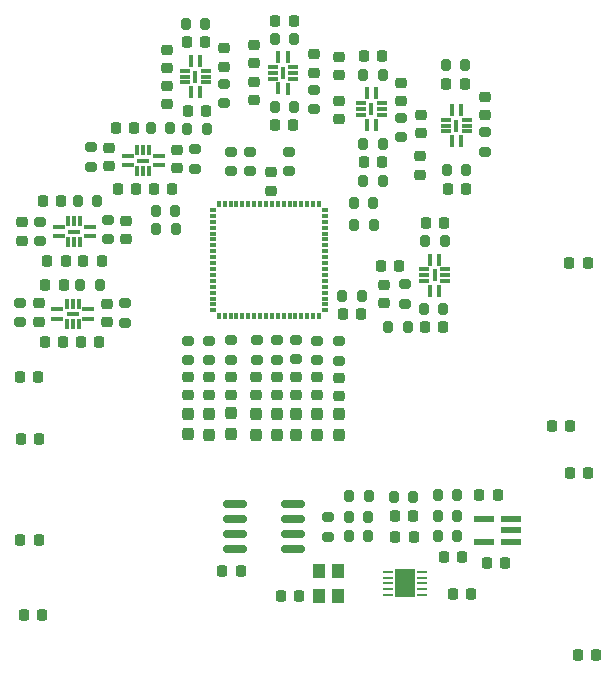
<source format=gtp>
%TF.GenerationSoftware,KiCad,Pcbnew,8.0.5*%
%TF.CreationDate,2025-04-03T13:44:51-05:00*%
%TF.ProjectId,PSEC5_Board,50534543-355f-4426-9f61-72642e6b6963,rev?*%
%TF.SameCoordinates,Original*%
%TF.FileFunction,Paste,Top*%
%TF.FilePolarity,Positive*%
%FSLAX46Y46*%
G04 Gerber Fmt 4.6, Leading zero omitted, Abs format (unit mm)*
G04 Created by KiCad (PCBNEW 8.0.5) date 2025-04-03 13:44:51*
%MOMM*%
%LPD*%
G01*
G04 APERTURE LIST*
G04 Aperture macros list*
%AMRoundRect*
0 Rectangle with rounded corners*
0 $1 Rounding radius*
0 $2 $3 $4 $5 $6 $7 $8 $9 X,Y pos of 4 corners*
0 Add a 4 corners polygon primitive as box body*
4,1,4,$2,$3,$4,$5,$6,$7,$8,$9,$2,$3,0*
0 Add four circle primitives for the rounded corners*
1,1,$1+$1,$2,$3*
1,1,$1+$1,$4,$5*
1,1,$1+$1,$6,$7*
1,1,$1+$1,$8,$9*
0 Add four rect primitives between the rounded corners*
20,1,$1+$1,$2,$3,$4,$5,0*
20,1,$1+$1,$4,$5,$6,$7,0*
20,1,$1+$1,$6,$7,$8,$9,0*
20,1,$1+$1,$8,$9,$2,$3,0*%
G04 Aperture macros list end*
%ADD10RoundRect,0.225000X-0.250000X0.225000X-0.250000X-0.225000X0.250000X-0.225000X0.250000X0.225000X0*%
%ADD11RoundRect,0.225000X-0.225000X-0.250000X0.225000X-0.250000X0.225000X0.250000X-0.225000X0.250000X0*%
%ADD12RoundRect,0.225000X0.225000X0.250000X-0.225000X0.250000X-0.225000X-0.250000X0.225000X-0.250000X0*%
%ADD13RoundRect,0.200000X-0.275000X0.200000X-0.275000X-0.200000X0.275000X-0.200000X0.275000X0.200000X0*%
%ADD14RoundRect,0.200000X-0.200000X-0.275000X0.200000X-0.275000X0.200000X0.275000X-0.200000X0.275000X0*%
%ADD15RoundRect,0.200000X0.275000X-0.200000X0.275000X0.200000X-0.275000X0.200000X-0.275000X-0.200000X0*%
%ADD16RoundRect,0.200000X0.200000X0.275000X-0.200000X0.275000X-0.200000X-0.275000X0.200000X-0.275000X0*%
%ADD17R,1.805236X0.612132*%
%ADD18R,0.300000X1.009300*%
%ADD19R,0.299974X1.004824*%
%ADD20R,0.914400X0.304800*%
%ADD21R,0.349758X0.999998*%
%ADD22RoundRect,0.237500X-0.237500X0.287500X-0.237500X-0.287500X0.237500X-0.287500X0.237500X0.287500X0*%
%ADD23R,1.009300X0.300000*%
%ADD24R,1.004824X0.299974*%
%ADD25R,0.304800X0.914400*%
%ADD26R,0.999998X0.349758*%
%ADD27RoundRect,0.225000X0.250000X-0.225000X0.250000X0.225000X-0.250000X0.225000X-0.250000X-0.225000X0*%
%ADD28R,1.000000X1.200000*%
%ADD29R,0.500000X0.300000*%
%ADD30R,0.300000X0.500000*%
%ADD31RoundRect,0.150000X0.825000X0.150000X-0.825000X0.150000X-0.825000X-0.150000X0.825000X-0.150000X0*%
%ADD32R,0.812800X0.254000*%
%ADD33R,1.752600X2.489200*%
G04 APERTURE END LIST*
D10*
%TO.C,C116*%
X132964300Y-82225000D03*
X132964300Y-83775000D03*
%TD*%
D11*
%TO.C,C121*%
X127714300Y-85475000D03*
X129264300Y-85475000D03*
%TD*%
D12*
%TO.C,C35*%
X166675000Y-104150000D03*
X165125000Y-104150000D03*
%TD*%
D13*
%TO.C,R33*%
X164950000Y-67675000D03*
X164950000Y-69325000D03*
%TD*%
D10*
%TO.C,C90*%
X150752071Y-88427071D03*
X150752071Y-89977071D03*
%TD*%
D14*
%TO.C,R24*%
X159800000Y-82700000D03*
X161450000Y-82700000D03*
%TD*%
D15*
%TO.C,R57*%
X147400000Y-86950000D03*
X147400000Y-85300000D03*
%TD*%
D16*
%TO.C,R30*%
X161550000Y-76900000D03*
X159900000Y-76900000D03*
%TD*%
D17*
%TO.C,U4*%
X167150000Y-102350001D03*
X167150000Y-101400000D03*
X167150000Y-100449999D03*
X164849034Y-100449999D03*
X164849034Y-102350001D03*
%TD*%
D16*
%TO.C,R26*%
X155550000Y-75550000D03*
X153900000Y-75550000D03*
%TD*%
D12*
%TO.C,C94*%
X127175000Y-102200000D03*
X125625000Y-102200000D03*
%TD*%
D16*
%TO.C,R36*%
X156325000Y-62810700D03*
X154675000Y-62810700D03*
%TD*%
D18*
%TO.C,IC4*%
X154975000Y-67039650D03*
D19*
X155774999Y-67041812D03*
D20*
X156251300Y-66224999D03*
X156251300Y-65725000D03*
X156251300Y-65225001D03*
D19*
X155774999Y-64408188D03*
X154975001Y-64408188D03*
D20*
X154498700Y-65225001D03*
X154498700Y-65725000D03*
X154498700Y-66224999D03*
D21*
X155350000Y-65725000D03*
%TD*%
D13*
%TO.C,R45*%
X145050000Y-69350000D03*
X145050000Y-71000000D03*
%TD*%
D10*
%TO.C,C92*%
X147400000Y-88425000D03*
X147400000Y-89975000D03*
%TD*%
D15*
%TO.C,R69*%
X133084444Y-76774999D03*
X133084444Y-75124999D03*
%TD*%
D10*
%TO.C,C89*%
X152625000Y-88475000D03*
X152625000Y-90025000D03*
%TD*%
D14*
%TO.C,R12*%
X152875000Y-81600000D03*
X154525000Y-81600000D03*
%TD*%
D11*
%TO.C,C52*%
X159950000Y-75400000D03*
X161500000Y-75400000D03*
%TD*%
D15*
%TO.C,R56*%
X148950000Y-86925000D03*
X148950000Y-85275000D03*
%TD*%
%TO.C,R60*%
X141625000Y-87000000D03*
X141625000Y-85350000D03*
%TD*%
D22*
%TO.C,L4*%
X147400000Y-91550000D03*
X147400000Y-93300000D03*
%TD*%
D16*
%TO.C,R28*%
X158450000Y-84200000D03*
X156800000Y-84200000D03*
%TD*%
%TO.C,R42*%
X148825000Y-59808188D03*
X147175000Y-59808188D03*
%TD*%
D15*
%TO.C,R68*%
X140458189Y-70801301D03*
X140458189Y-69151301D03*
%TD*%
D10*
%TO.C,C55*%
X164950000Y-64700000D03*
X164950000Y-66250000D03*
%TD*%
D23*
%TO.C,IC8*%
X131513394Y-76474999D03*
D24*
X131515556Y-75675000D03*
D25*
X130698743Y-75198699D03*
X130198744Y-75198699D03*
X129698745Y-75198699D03*
D24*
X128881932Y-75675000D03*
X128881932Y-76474998D03*
D25*
X129698745Y-76951299D03*
X130198744Y-76951299D03*
X130698743Y-76951299D03*
D26*
X130198744Y-76099999D03*
%TD*%
D10*
%TO.C,C97*%
X143425000Y-88400000D03*
X143425000Y-89950000D03*
%TD*%
D12*
%TO.C,C53*%
X163348699Y-72525000D03*
X161798699Y-72525000D03*
%TD*%
D11*
%TO.C,C87*%
X172175000Y-96525000D03*
X173725000Y-96525000D03*
%TD*%
D18*
%TO.C,IC2*%
X161100000Y-78485350D03*
D19*
X160300001Y-78483188D03*
D20*
X159823700Y-79300001D03*
X159823700Y-79800000D03*
X159823700Y-80299999D03*
D19*
X160300001Y-81116812D03*
X161099999Y-81116812D03*
D20*
X161576300Y-80299999D03*
X161576300Y-79800000D03*
X161576300Y-79300001D03*
D21*
X160725000Y-79800000D03*
%TD*%
D22*
%TO.C,L8*%
X139825000Y-91525000D03*
X139825000Y-93275000D03*
%TD*%
D11*
%TO.C,C37*%
X147704400Y-106975000D03*
X149254400Y-106975000D03*
%TD*%
D12*
%TO.C,C106*%
X129059444Y-73549999D03*
X127509444Y-73549999D03*
%TD*%
%TO.C,C108*%
X138458189Y-72501301D03*
X136908189Y-72501301D03*
%TD*%
%TO.C,C99*%
X127150000Y-88425000D03*
X125600000Y-88425000D03*
%TD*%
D14*
%TO.C,R31*%
X161748699Y-70850000D03*
X163398699Y-70850000D03*
%TD*%
D13*
%TO.C,R51*%
X142900001Y-63583188D03*
X142900001Y-65233188D03*
%TD*%
D12*
%TO.C,C33*%
X158875000Y-100225000D03*
X157325000Y-100225000D03*
%TD*%
D14*
%TO.C,R8*%
X157225000Y-98550000D03*
X158875000Y-98550000D03*
%TD*%
D15*
%TO.C,R55*%
X150752071Y-86977071D03*
X150752071Y-85327071D03*
%TD*%
D27*
%TO.C,C76*%
X142900001Y-62133188D03*
X142900001Y-60583188D03*
%TD*%
D28*
%TO.C,Y1*%
X152554400Y-106925000D03*
X152554400Y-104825000D03*
X150904400Y-104825000D03*
X150904400Y-106925000D03*
%TD*%
D11*
%TO.C,C85*%
X172125000Y-78800000D03*
X173675000Y-78800000D03*
%TD*%
D16*
%TO.C,R27*%
X155505000Y-73675000D03*
X153855000Y-73675000D03*
%TD*%
D15*
%TO.C,R77*%
X134489300Y-83825000D03*
X134489300Y-82175000D03*
%TD*%
D13*
%TO.C,R32*%
X158225000Y-80575000D03*
X158225000Y-82225000D03*
%TD*%
D11*
%TO.C,C64*%
X154725000Y-61260700D03*
X156275000Y-61260700D03*
%TD*%
D10*
%TO.C,C54*%
X156425000Y-80625000D03*
X156425000Y-82175000D03*
%TD*%
%TO.C,C91*%
X148950000Y-88425000D03*
X148950000Y-89975000D03*
%TD*%
D14*
%TO.C,R2*%
X153475000Y-98500000D03*
X155125000Y-98500000D03*
%TD*%
D12*
%TO.C,C75*%
X141375001Y-65858188D03*
X139825001Y-65858188D03*
%TD*%
D10*
%TO.C,C58*%
X159498699Y-69725000D03*
X159498699Y-71275000D03*
%TD*%
D12*
%TO.C,C117*%
X129289300Y-80650000D03*
X127739300Y-80650000D03*
%TD*%
D13*
%TO.C,R40*%
X157875000Y-66485700D03*
X157875000Y-68135700D03*
%TD*%
D14*
%TO.C,R7*%
X160950000Y-100225000D03*
X162600000Y-100225000D03*
%TD*%
%TO.C,R75*%
X137125000Y-75925000D03*
X138775000Y-75925000D03*
%TD*%
D13*
%TO.C,R44*%
X148350000Y-69325000D03*
X148350000Y-70975000D03*
%TD*%
D14*
%TO.C,R48*%
X147150000Y-65558188D03*
X148800000Y-65558188D03*
%TD*%
D10*
%TO.C,C96*%
X145600000Y-88425000D03*
X145600000Y-89975000D03*
%TD*%
D12*
%TO.C,C50*%
X161400000Y-84200000D03*
X159850000Y-84200000D03*
%TD*%
%TO.C,C93*%
X127500000Y-108550000D03*
X125950000Y-108550000D03*
%TD*%
D22*
%TO.C,L1*%
X152650000Y-91550000D03*
X152650000Y-93300000D03*
%TD*%
D11*
%TO.C,C31*%
X157375000Y-101925000D03*
X158925000Y-101925000D03*
%TD*%
D13*
%TO.C,R64*%
X143500000Y-69350000D03*
X143500000Y-71000000D03*
%TD*%
D10*
%TO.C,C105*%
X134609444Y-75174999D03*
X134609444Y-76724999D03*
%TD*%
D11*
%TO.C,C51*%
X161698699Y-63600000D03*
X163248699Y-63600000D03*
%TD*%
%TO.C,C114*%
X127909444Y-78574999D03*
X129459444Y-78574999D03*
%TD*%
D27*
%TO.C,C101*%
X133133189Y-70576301D03*
X133133189Y-69026301D03*
%TD*%
D10*
%TO.C,C78*%
X145400000Y-63408188D03*
X145400000Y-64958188D03*
%TD*%
D14*
%TO.C,R4*%
X153450000Y-100275000D03*
X155100000Y-100275000D03*
%TD*%
D22*
%TO.C,L3*%
X149000000Y-91550000D03*
X149000000Y-93300000D03*
%TD*%
D12*
%TO.C,C65*%
X156250000Y-70210700D03*
X154700000Y-70210700D03*
%TD*%
D27*
%TO.C,C81*%
X138050001Y-65333188D03*
X138050001Y-63783188D03*
%TD*%
D12*
%TO.C,C95*%
X127250000Y-93650000D03*
X125700000Y-93650000D03*
%TD*%
D22*
%TO.C,L6*%
X143425000Y-91500000D03*
X143425000Y-93250000D03*
%TD*%
D12*
%TO.C,C73*%
X148750000Y-67083188D03*
X147200000Y-67083188D03*
%TD*%
D22*
%TO.C,L2*%
X150752071Y-91552071D03*
X150752071Y-93302071D03*
%TD*%
D13*
%TO.C,R50*%
X150475000Y-64083188D03*
X150475000Y-65733188D03*
%TD*%
D14*
%TO.C,R9*%
X160950000Y-101875000D03*
X162600000Y-101875000D03*
%TD*%
D18*
%TO.C,IC3*%
X162149999Y-68439650D03*
D19*
X162949998Y-68441812D03*
D20*
X163426299Y-67624999D03*
X163426299Y-67125000D03*
X163426299Y-66625001D03*
D19*
X162949998Y-65808188D03*
X162150000Y-65808188D03*
D20*
X161673699Y-66625001D03*
X161673699Y-67125000D03*
X161673699Y-67624999D03*
D21*
X162524999Y-67125000D03*
%TD*%
D12*
%TO.C,C112*%
X132514444Y-78579999D03*
X130964444Y-78579999D03*
%TD*%
D27*
%TO.C,C115*%
X127169300Y-83725000D03*
X127169300Y-82175000D03*
%TD*%
D15*
%TO.C,R59*%
X143425000Y-86975000D03*
X143425000Y-85325000D03*
%TD*%
D13*
%TO.C,R74*%
X125639300Y-82125000D03*
X125639300Y-83775000D03*
%TD*%
D18*
%TO.C,IC5*%
X147474999Y-63989650D03*
D19*
X148274998Y-63991812D03*
D20*
X148751299Y-63174999D03*
X148751299Y-62675000D03*
X148751299Y-62175001D03*
D19*
X148274998Y-61358188D03*
X147475000Y-61358188D03*
D20*
X146998699Y-62175001D03*
X146998699Y-62675000D03*
X146998699Y-63174999D03*
D21*
X147849999Y-62675000D03*
%TD*%
D11*
%TO.C,C38*%
X152925000Y-83100000D03*
X154475000Y-83100000D03*
%TD*%
%TO.C,C71*%
X147225000Y-58283188D03*
X148775000Y-58283188D03*
%TD*%
D23*
%TO.C,IC7*%
X137339651Y-70476300D03*
D24*
X137341813Y-69676301D03*
D25*
X136525000Y-69200000D03*
X136025001Y-69200000D03*
X135525002Y-69200000D03*
D24*
X134708189Y-69676301D03*
X134708189Y-70476299D03*
D25*
X135525002Y-70952600D03*
X136025001Y-70952600D03*
X136525000Y-70952600D03*
D26*
X136025001Y-70101300D03*
%TD*%
D16*
%TO.C,R5*%
X162625000Y-98375000D03*
X160975000Y-98375000D03*
%TD*%
D13*
%TO.C,R3*%
X151650000Y-100300000D03*
X151650000Y-101950000D03*
%TD*%
D14*
%TO.C,R49*%
X139775001Y-67383188D03*
X141425001Y-67383188D03*
%TD*%
D12*
%TO.C,C104*%
X135258189Y-67376301D03*
X133708189Y-67376301D03*
%TD*%
D10*
%TO.C,C98*%
X141625000Y-88425000D03*
X141625000Y-89975000D03*
%TD*%
D15*
%TO.C,R61*%
X139825000Y-87000000D03*
X139825000Y-85350000D03*
%TD*%
D29*
%TO.C,U1*%
X141925000Y-82775000D03*
X141925000Y-82275000D03*
X141925000Y-81775000D03*
X141925000Y-81275000D03*
X141925000Y-80775000D03*
X141925000Y-80275000D03*
X141925000Y-79775000D03*
X141925000Y-79275000D03*
X141925000Y-78775000D03*
X141925000Y-78275000D03*
X141925000Y-77775000D03*
X141925000Y-77275000D03*
X141925000Y-76775000D03*
X141925000Y-76275000D03*
X141925000Y-75775000D03*
X141925000Y-75275000D03*
X141925000Y-74775000D03*
X141925000Y-74275000D03*
D30*
X142425000Y-73775000D03*
X142925000Y-73775000D03*
X143425000Y-73775000D03*
X143925000Y-73775000D03*
X144425000Y-73775000D03*
X144925000Y-73775000D03*
X145425000Y-73775000D03*
X145925000Y-73775000D03*
X146425000Y-73775000D03*
X146925000Y-73775000D03*
X147425000Y-73775000D03*
X147925000Y-73775000D03*
X148425000Y-73775000D03*
X148925000Y-73775000D03*
X149425000Y-73775000D03*
X149925000Y-73775000D03*
X150425000Y-73775000D03*
X150925000Y-73775000D03*
D29*
X151425000Y-74275000D03*
X151425000Y-74775000D03*
X151425000Y-75275000D03*
X151425000Y-75775000D03*
X151425000Y-76275000D03*
X151425000Y-76775000D03*
X151425000Y-77275000D03*
X151425000Y-77775000D03*
X151425000Y-78275000D03*
X151425000Y-78775000D03*
X151425000Y-79275000D03*
X151425000Y-79775000D03*
X151425000Y-80275000D03*
X151425000Y-80775000D03*
X151425000Y-81275000D03*
X151425000Y-81775000D03*
X151425000Y-82275000D03*
X151425000Y-82775000D03*
D30*
X150925000Y-83275000D03*
X150425000Y-83275000D03*
X149925000Y-83275000D03*
X149425000Y-83275000D03*
X148925000Y-83275000D03*
X148425000Y-83275000D03*
X147925000Y-83275000D03*
X147425000Y-83275000D03*
X146925000Y-83275000D03*
X146425000Y-83275000D03*
X145925000Y-83275000D03*
X145425000Y-83275000D03*
X144925000Y-83275000D03*
X144425000Y-83275000D03*
X143925000Y-83275000D03*
X143425000Y-83275000D03*
X142925000Y-83275000D03*
X142425000Y-83275000D03*
%TD*%
D11*
%TO.C,C34*%
X161500000Y-103675000D03*
X163050000Y-103675000D03*
%TD*%
D14*
%TO.C,R39*%
X154650000Y-68660700D03*
X156300000Y-68660700D03*
%TD*%
D15*
%TO.C,R54*%
X152625000Y-87025000D03*
X152625000Y-85375000D03*
%TD*%
D10*
%TO.C,C103*%
X138933189Y-69201301D03*
X138933189Y-70751301D03*
%TD*%
%TO.C,C80*%
X145400000Y-60308188D03*
X145400000Y-61858188D03*
%TD*%
D13*
%TO.C,R62*%
X131583189Y-68976301D03*
X131583189Y-70626301D03*
%TD*%
D11*
%TO.C,C72*%
X139700001Y-60083188D03*
X141250001Y-60083188D03*
%TD*%
D14*
%TO.C,R71*%
X130484444Y-73549999D03*
X132134444Y-73549999D03*
%TD*%
D22*
%TO.C,L5*%
X145600000Y-91550000D03*
X145600000Y-93300000D03*
%TD*%
D14*
%TO.C,R65*%
X137075000Y-74350000D03*
X138725000Y-74350000D03*
%TD*%
D27*
%TO.C,C67*%
X152625000Y-66585700D03*
X152625000Y-65035700D03*
%TD*%
D11*
%TO.C,C30*%
X162254400Y-106775000D03*
X163804400Y-106775000D03*
%TD*%
%TO.C,C86*%
X170650000Y-92525000D03*
X172200000Y-92525000D03*
%TD*%
%TO.C,C109*%
X133883189Y-72501301D03*
X135433189Y-72501301D03*
%TD*%
D14*
%TO.C,R78*%
X130714300Y-80650000D03*
X132364300Y-80650000D03*
%TD*%
D11*
%TO.C,C32*%
X164500000Y-98400000D03*
X166050000Y-98400000D03*
%TD*%
D10*
%TO.C,C84*%
X138050001Y-60733188D03*
X138050001Y-62283188D03*
%TD*%
D23*
%TO.C,IC9*%
X131378950Y-83475000D03*
D24*
X131381112Y-82675001D03*
D25*
X130564299Y-82198700D03*
X130064300Y-82198700D03*
X129564301Y-82198700D03*
D24*
X128747488Y-82675001D03*
X128747488Y-83474999D03*
D25*
X129564301Y-83951300D03*
X130064300Y-83951300D03*
X130564299Y-83951300D03*
D26*
X130064300Y-83100000D03*
%TD*%
D16*
%TO.C,R43*%
X141300001Y-58558188D03*
X139650001Y-58558188D03*
%TD*%
D15*
%TO.C,R58*%
X145625000Y-86975000D03*
X145625000Y-85325000D03*
%TD*%
D27*
%TO.C,C102*%
X125784444Y-76874999D03*
X125784444Y-75324999D03*
%TD*%
D13*
%TO.C,R63*%
X127309444Y-75274999D03*
X127309444Y-76924999D03*
%TD*%
D31*
%TO.C,IC1*%
X148725000Y-102965000D03*
X148725000Y-101695000D03*
X148725000Y-100425000D03*
X148725000Y-99155000D03*
X143775000Y-99155000D03*
X143775000Y-100425000D03*
X143775000Y-101695000D03*
X143775000Y-102965000D03*
%TD*%
D10*
%TO.C,C100*%
X139825000Y-88425000D03*
X139825000Y-89975000D03*
%TD*%
%TO.C,C66*%
X157875000Y-63510700D03*
X157875000Y-65060700D03*
%TD*%
D11*
%TO.C,C56*%
X156150000Y-79000000D03*
X157700000Y-79000000D03*
%TD*%
D27*
%TO.C,C14*%
X146825000Y-72650000D03*
X146825000Y-71100000D03*
%TD*%
D22*
%TO.C,L7*%
X141625000Y-91575000D03*
X141625000Y-93325000D03*
%TD*%
D11*
%TO.C,C28*%
X142725000Y-104875000D03*
X144275000Y-104875000D03*
%TD*%
D27*
%TO.C,C70*%
X152600000Y-62885700D03*
X152600000Y-61335700D03*
%TD*%
D10*
%TO.C,C74*%
X150475000Y-61108188D03*
X150475000Y-62658188D03*
%TD*%
D32*
%TO.C,U3*%
X159675000Y-106900000D03*
X159675000Y-106399998D03*
X159675000Y-105899999D03*
X159675000Y-105400000D03*
X159675000Y-104899998D03*
X156779400Y-104899998D03*
X156779400Y-105400000D03*
X156779400Y-105899999D03*
X156779400Y-106399998D03*
X156779400Y-106900000D03*
D33*
X158227200Y-105899999D03*
%TD*%
D16*
%TO.C,R70*%
X138333189Y-67376301D03*
X136683189Y-67376301D03*
%TD*%
D27*
%TO.C,C62*%
X159548699Y-67750000D03*
X159548699Y-66200000D03*
%TD*%
D18*
%TO.C,IC6*%
X140075000Y-64289650D03*
D19*
X140874999Y-64291812D03*
D20*
X141351300Y-63474999D03*
X141351300Y-62975000D03*
X141351300Y-62475001D03*
D19*
X140874999Y-61658188D03*
X140075001Y-61658188D03*
D20*
X139598700Y-62475001D03*
X139598700Y-62975000D03*
X139598700Y-63474999D03*
D21*
X140450000Y-62975000D03*
%TD*%
D16*
%TO.C,R37*%
X156300001Y-71850001D03*
X154650001Y-71850001D03*
%TD*%
D11*
%TO.C,C88*%
X172825000Y-111975000D03*
X174375000Y-111975000D03*
%TD*%
D16*
%TO.C,R25*%
X163298699Y-62000000D03*
X161648699Y-62000000D03*
%TD*%
%TO.C,R6*%
X155100000Y-101875000D03*
X153450000Y-101875000D03*
%TD*%
D12*
%TO.C,C118*%
X132294300Y-85480000D03*
X130744300Y-85480000D03*
%TD*%
M02*

</source>
